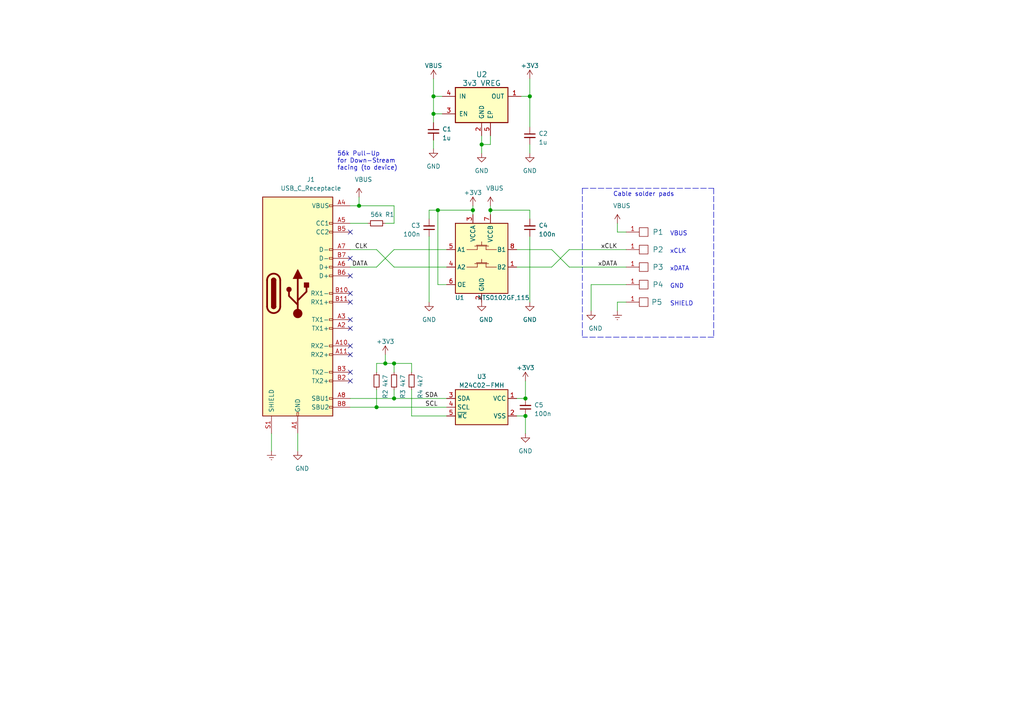
<source format=kicad_sch>
(kicad_sch (version 20210406) (generator eeschema)
  (paper "A4")
  (title_block (title "USB-C LevelShifter Paddle Card") (rev "R1") (company "1BitSquared") (comment 1 "(C) 2021 1BitSquared <info@1bitsquared.com>") (comment 2 "(C) 2021 Piotr Esden-Tempski <piotr@esden.net>") (comment 3 "License: CC-BY-SA 4.0"))
  (lib_symbols
    (symbol "Connector:USB_C_Receptacle" (pin_names (offset 1.016))
      (property "Reference" "J" (at -10.16 29.21 0))
      (property "Value" "USB_C_Receptacle" (at 10.16 29.21 0))
      (symbol "USB_C_Receptacle_0_0"
        (rectangle (start -0.254 -35.56) (end 0.254 -34.544))
        (rectangle (start 10.16 -32.766) (end 9.144 -33.274))
        (rectangle (start 10.16 -30.226) (end 9.144 -30.734))
        (rectangle (start 10.16 -25.146) (end 9.144 -25.654))
        (rectangle (start 10.16 -22.606) (end 9.144 -23.114))
        (rectangle (start 10.16 -17.526) (end 9.144 -18.034))
        (rectangle (start 10.16 -14.986) (end 9.144 -15.494))
        (rectangle (start 10.16 -9.906) (end 9.144 -10.414))
        (rectangle (start 10.16 -7.366) (end 9.144 -7.874))
        (rectangle (start 10.16 -2.286) (end 9.144 -2.794))
        (rectangle (start 10.16 0.254) (end 9.144 -0.254))
        (rectangle (start 10.16 5.334) (end 9.144 4.826))
        (rectangle (start 10.16 7.874) (end 9.144 7.366))
        (rectangle (start 10.16 10.414) (end 9.144 9.906))
        (rectangle (start 10.16 12.954) (end 9.144 12.446))
        (rectangle (start 10.16 18.034) (end 9.144 17.526))
        (rectangle (start 10.16 20.574) (end 9.144 20.066))
        (rectangle (start 10.16 25.654) (end 9.144 25.146))
      )
      (symbol "USB_C_Receptacle_0_1"
        (arc (start -8.89 -3.81) (end -5.08 -3.81) (radius (at -6.985 -3.81) (length 1.905) (angles -179.9 -0.1)) (stroke (width 0.508)))
        (arc (start -7.62 -3.81) (end -6.35 -3.81) (radius (at -6.985 -3.81) (length 0.635) (angles -179.9 -0.1)) (stroke (width 0.254)))
        (arc (start -6.35 3.81) (end -7.62 3.81) (radius (at -6.985 3.81) (length 0.635) (angles 0.1 179.9)) (stroke (width 0.254)))
        (arc (start -5.08 3.81) (end -8.89 3.81) (radius (at -6.985 3.81) (length 1.905) (angles 0.1 179.9)) (stroke (width 0.508)))
        (arc (start -7.62 -3.81) (end -6.35 -3.81) (radius (at -6.985 -3.81) (length 0.635) (angles -179.9 -0.1)) (stroke (width 0.254)) (fill (type outline)))
        (arc (start -6.35 3.81) (end -7.62 3.81) (radius (at -6.985 3.81) (length 0.635) (angles 0.1 179.9)) (stroke (width 0.254)) (fill (type outline)))
        (rectangle (start -7.62 -3.81) (end -6.35 3.81) (stroke (width 0.254)) (fill (type outline)))
        (rectangle (start -10.16 27.94) (end 10.16 -35.56) (stroke (width 0.254)) (fill (type background)))
        (polyline (pts (xy -8.89 -3.81) (xy -8.89 3.81)) (stroke (width 0.508)))
        (polyline (pts (xy -5.08 3.81) (xy -5.08 -3.81)) (stroke (width 0.508)))
      )
      (symbol "USB_C_Receptacle_1_1"
        (circle (center -2.54 1.143) (radius 0.635) (stroke (width 0.254)) (fill (type outline)))
        (circle (center 0 -5.842) (radius 1.27) (fill (type outline)))
        (rectangle (start 1.905 1.778) (end 3.175 3.048) (stroke (width 0.254)) (fill (type outline)))
        (polyline (pts (xy 0 -5.842) (xy 0 4.318)) (stroke (width 0.508)))
        (polyline (pts (xy 0 -3.302) (xy -2.54 -0.762) (xy -2.54 0.508)) (stroke (width 0.508)))
        (polyline (pts (xy 0 -2.032) (xy 2.54 0.508) (xy 2.54 1.778)) (stroke (width 0.508)))
        (polyline (pts (xy -1.27 4.318) (xy 0 6.858) (xy 1.27 4.318) (xy -1.27 4.318)) (stroke (width 0.254)) (fill (type outline)))
        (pin passive line (at 0 -40.64 90) (length 5.08) (name "GND") (number "A1"))
        (pin bidirectional line (at 15.24 -15.24 180) (length 5.08) (name "RX2-") (number "A10"))
        (pin bidirectional line (at 15.24 -17.78 180) (length 5.08) (name "RX2+") (number "A11"))
        (pin passive line (at 0 -40.64 90) (length 5.08) hide (name "GND") (number "A12"))
        (pin bidirectional line (at 15.24 -10.16 180) (length 5.08) (name "TX1+") (number "A2"))
        (pin bidirectional line (at 15.24 -7.62 180) (length 5.08) (name "TX1-") (number "A3"))
        (pin passive line (at 15.24 25.4 180) (length 5.08) (name "VBUS") (number "A4"))
        (pin bidirectional line (at 15.24 20.32 180) (length 5.08) (name "CC1") (number "A5"))
        (pin bidirectional line (at 15.24 7.62 180) (length 5.08) (name "D+") (number "A6"))
        (pin bidirectional line (at 15.24 12.7 180) (length 5.08) (name "D-") (number "A7"))
        (pin bidirectional line (at 15.24 -30.48 180) (length 5.08) (name "SBU1") (number "A8"))
        (pin passive line (at 15.24 25.4 180) (length 5.08) hide (name "VBUS") (number "A9"))
        (pin passive line (at 0 -40.64 90) (length 5.08) hide (name "GND") (number "B1"))
        (pin bidirectional line (at 15.24 0 180) (length 5.08) (name "RX1-") (number "B10"))
        (pin bidirectional line (at 15.24 -2.54 180) (length 5.08) (name "RX1+") (number "B11"))
        (pin passive line (at 0 -40.64 90) (length 5.08) hide (name "GND") (number "B12"))
        (pin bidirectional line (at 15.24 -25.4 180) (length 5.08) (name "TX2+") (number "B2"))
        (pin bidirectional line (at 15.24 -22.86 180) (length 5.08) (name "TX2-") (number "B3"))
        (pin passive line (at 15.24 25.4 180) (length 5.08) hide (name "VBUS") (number "B4"))
        (pin bidirectional line (at 15.24 17.78 180) (length 5.08) (name "CC2") (number "B5"))
        (pin bidirectional line (at 15.24 5.08 180) (length 5.08) (name "D+") (number "B6"))
        (pin bidirectional line (at 15.24 10.16 180) (length 5.08) (name "D-") (number "B7"))
        (pin bidirectional line (at 15.24 -33.02 180) (length 5.08) (name "SBU2") (number "B8"))
        (pin passive line (at 15.24 25.4 180) (length 5.08) hide (name "VBUS") (number "B9"))
        (pin passive line (at -7.62 -40.64 90) (length 5.08) (name "SHIELD") (number "S1"))
      )
    )
    (symbol "Logic_LevelTranslator:TXS0102DCU"
      (property "Reference" "U" (at -6.35 11.43 0))
      (property "Value" "TXS0102DCU" (at 3.81 11.43 0))
      (symbol "TXS0102DCU_0_1"
        (rectangle (start -7.62 10.16) (end 7.62 -10.16) (stroke (width 0.254)) (fill (type background)))
        (polyline (pts (xy -4.318 -2.54) (xy -1.27 -2.54)))
        (polyline (pts (xy -2.032 -1.524) (xy 2.032 -1.524)))
        (polyline (pts (xy -1.524 -1.27) (xy 1.524 -1.27)))
        (polyline (pts (xy -1.27 -2.54) (xy -1.27 -1.524)))
        (polyline (pts (xy 0 -1.27) (xy 0 -0.254)))
        (polyline (pts (xy 1.27 -2.54) (xy 1.27 -1.524)))
        (polyline (pts (xy 4.318 -2.54) (xy 1.27 -2.54)))
      )
      (symbol "TXS0102DCU_1_1"
        (polyline (pts (xy -4.318 2.54) (xy -1.27 2.54)))
        (polyline (pts (xy -2.032 3.556) (xy 2.032 3.556)))
        (polyline (pts (xy -1.524 3.81) (xy 1.524 3.81)))
        (polyline (pts (xy -1.27 2.54) (xy -1.27 3.556)))
        (polyline (pts (xy 0 3.81) (xy 0 4.826)))
        (polyline (pts (xy 1.27 2.54) (xy 1.27 3.556)))
        (polyline (pts (xy 4.318 2.54) (xy 1.27 2.54)))
        (pin bidirectional line (at 10.16 -2.54 180) (length 2.54) (name "B2") (number "1"))
        (pin power_in line (at 0 -12.7 90) (length 2.54) (name "GND") (number "2"))
        (pin power_in line (at -2.54 12.7 270) (length 2.54) (name "VCCA") (number "3"))
        (pin bidirectional line (at -10.16 -2.54 0) (length 2.54) (name "A2") (number "4"))
        (pin bidirectional line (at -10.16 2.54 0) (length 2.54) (name "A1") (number "5"))
        (pin input line (at -10.16 -7.62 0) (length 2.54) (name "OE") (number "6"))
        (pin power_in line (at 2.54 12.7 270) (length 2.54) (name "VCCB") (number "7"))
        (pin bidirectional line (at 10.16 2.54 180) (length 2.54) (name "B1") (number "8"))
      )
    )
    (symbol "pkl_device:NCP167" (pin_names (offset 1.016))
      (property "Reference" "U" (at 0 11.43 0))
      (property "Value" "NCP167" (at 0 8.89 0))
      (symbol "NCP167_0_1"
        (rectangle (start -7.62 5.08) (end 7.62 -5.08) (stroke (width 0.3048)) (fill (type background)))
      )
      (symbol "NCP167_1_1"
        (pin power_out line (at 11.43 2.54 180) (length 3.81) (name "OUT") (number "1"))
        (pin power_in line (at 0 -8.89 90) (length 3.81) (name "GND") (number "2"))
        (pin input line (at -11.43 -2.54 0) (length 3.81) (name "EN") (number "3"))
        (pin power_in line (at -11.43 2.54 0) (length 3.81) (name "IN") (number "4"))
        (pin power_in line (at 2.54 -8.89 90) (length 3.81) (name "EP") (number "5"))
      )
    )
    (symbol "pkl_device:pkl_C_Small" (pin_numbers hide) (pin_names (offset 0.254) hide)
      (property "Reference" "C" (at 0.254 1.778 0))
      (property "Value" "pkl_C_Small" (at 0.254 -2.032 0))
      (symbol "pkl_C_Small_0_1"
        (polyline (pts (xy -1.524 -0.508) (xy 1.524 -0.508)) (stroke (width 0.3302)))
        (polyline (pts (xy -1.524 0.508) (xy 1.524 0.508)) (stroke (width 0.3048)))
      )
      (symbol "pkl_C_Small_1_1"
        (pin passive line (at 0 2.54 270) (length 1.905) (name "~") (number "1"))
        (pin passive line (at 0 -2.54 90) (length 2.032) (name "~") (number "2"))
      )
    )
    (symbol "pkl_device:pkl_R_Small" (pin_numbers hide) (pin_names (offset 0.254) hide)
      (property "Reference" "R" (at 0.762 0.508 0))
      (property "Value" "pkl_R_Small" (at 0.762 -1.016 0))
      (symbol "pkl_R_Small_0_1"
        (rectangle (start -0.762 1.778) (end 0.762 -1.778) (stroke (width 0.2032)))
      )
      (symbol "pkl_R_Small_1_1"
        (pin passive line (at 0 2.54 270) (length 0.762) (name "~") (number "1"))
        (pin passive line (at 0 -2.54 90) (length 0.762) (name "~") (number "2"))
      )
    )
    (symbol "pkl_memory:M24C02-FMH"
      (property "Reference" "U" (at -6.35 6.35 0))
      (property "Value" "M24C02-FMH" (at 7.62 6.35 0))
      (symbol "M24C02-FMH_0_1"
        (rectangle (start -7.62 5.08) (end 7.62 -5.08) (stroke (width 0.254)) (fill (type background)))
      )
      (symbol "M24C02-FMH_1_1"
        (pin power_in line (at -10.16 2.54 0) (length 2.54) (name "VCC") (number "1"))
        (pin power_in line (at -10.16 -2.54 0) (length 2.54) (name "VSS") (number "2"))
        (pin bidirectional line (at 10.16 2.54 180) (length 2.54) (name "SDA") (number "3"))
        (pin input line (at 10.16 0 180) (length 2.54) (name "SCL") (number "4"))
        (pin input line (at 10.16 -2.54 180) (length 2.54) (name "~WC") (number "5"))
      )
    )
    (symbol "pkl_misc:PAD_SMD" (pin_names (offset 1.016) hide)
      (property "Reference" "P" (at 0 -3.81 0))
      (property "Value" "PAD_SMD" (at 0 3.81 0))
      (symbol "PAD_SMD_0_1"
        (rectangle (start -1.27 1.27) (end 1.27 -1.27))
      )
      (symbol "PAD_SMD_1_1"
        (pin input line (at -5.08 0 0) (length 3.81) (name "PAD") (number "1"))
      )
    )
    (symbol "power:+3V3" (power) (pin_names (offset 0))
      (property "Value" "+3V3" (at 0 3.556 0))
      (symbol "+3V3_0_1"
        (polyline (pts (xy -0.762 1.27) (xy 0 2.54)))
        (polyline (pts (xy 0 0) (xy 0 2.54)))
        (polyline (pts (xy 0 2.54) (xy 0.762 1.27)))
      )
      (symbol "+3V3_1_1"
        (pin power_in line (at 0 0 90) (length 0) hide (name "+3V3") (number "1"))
      )
    )
    (symbol "power:Earth" (power) (pin_names (offset 0))
      (symbol "Earth_0_1"
        (polyline (pts (xy -0.635 -1.905) (xy 0.635 -1.905)))
        (polyline (pts (xy -0.127 -2.54) (xy 0.127 -2.54)))
        (polyline (pts (xy 0 -1.27) (xy 0 0)))
        (polyline (pts (xy 1.27 -1.27) (xy -1.27 -1.27)))
      )
      (symbol "Earth_1_1"
        (pin power_in line (at 0 0 270) (length 0) hide (name "Earth") (number "1"))
      )
    )
    (symbol "power:GND" (power) (pin_names (offset 0))
      (property "Value" "GND" (at 0 -3.81 0))
      (symbol "GND_0_1"
        (polyline (pts (xy 0 0) (xy 0 -1.27) (xy 1.27 -1.27) (xy 0 -2.54) (xy -1.27 -1.27) (xy 0 -1.27)))
      )
      (symbol "GND_1_1"
        (pin power_in line (at 0 0 270) (length 0) hide (name "GND") (number "1"))
      )
    )
    (symbol "power:VBUS" (power) (pin_names (offset 0))
      (property "Value" "VBUS" (at 0 3.81 0))
      (symbol "VBUS_0_1"
        (polyline (pts (xy -0.762 1.27) (xy 0 2.54)))
        (polyline (pts (xy 0 0) (xy 0 2.54)))
        (polyline (pts (xy 0 2.54) (xy 0.762 1.27)))
      )
      (symbol "VBUS_1_1"
        (pin power_in line (at 0 0 90) (length 0) hide (name "VBUS") (number "1"))
      )
    )
  )
  (junction (at 104.14 59.69) (diameter 1.016))
  (junction (at 109.22 118.11) (diameter 1.016))
  (junction (at 111.76 105.41) (diameter 1.016))
  (junction (at 114.3 105.41) (diameter 1.016))
  (junction (at 114.3 115.57) (diameter 1.016))
  (junction (at 125.73 27.94) (diameter 1.016))
  (junction (at 125.73 33.02) (diameter 1.016))
  (junction (at 127 60.96) (diameter 1.016))
  (junction (at 137.16 60.96) (diameter 1.016))
  (junction (at 139.7 41.91) (diameter 1.016))
  (junction (at 142.24 60.96) (diameter 1.016))
  (junction (at 152.4 115.57) (diameter 1.016))
  (junction (at 152.4 120.65) (diameter 1.016))
  (junction (at 153.67 27.94) (diameter 1.016))
  (no_connect (at 101.6 67.31))
  (no_connect (at 101.6 74.93))
  (no_connect (at 101.6 80.01))
  (no_connect (at 101.6 85.09))
  (no_connect (at 101.6 87.63))
  (no_connect (at 101.6 92.71))
  (no_connect (at 101.6 95.25))
  (no_connect (at 101.6 100.33))
  (no_connect (at 101.6 102.87))
  (no_connect (at 101.6 107.95))
  (no_connect (at 101.6 110.49))
  (wire (pts (xy 78.74 130.81) (xy 78.74 125.73)))
  (wire (pts (xy 86.36 125.73) (xy 86.36 130.81)))
  (wire (pts (xy 101.6 59.69) (xy 104.14 59.69)))
  (wire (pts (xy 101.6 64.77) (xy 106.68 64.77)))
  (wire (pts (xy 101.6 72.39) (xy 109.22 72.39)))
  (wire (pts (xy 101.6 77.47) (xy 109.22 77.47)))
  (wire (pts (xy 101.6 115.57) (xy 114.3 115.57)))
  (wire (pts (xy 101.6 118.11) (xy 109.22 118.11)))
  (wire (pts (xy 104.14 59.69) (xy 104.14 57.15)))
  (wire (pts (xy 104.14 59.69) (xy 114.3 59.69)))
  (wire (pts (xy 109.22 72.39) (xy 114.3 77.47)))
  (wire (pts (xy 109.22 77.47) (xy 114.3 72.39)))
  (wire (pts (xy 109.22 105.41) (xy 109.22 107.95)))
  (wire (pts (xy 109.22 105.41) (xy 111.76 105.41)))
  (wire (pts (xy 109.22 113.03) (xy 109.22 118.11)))
  (wire (pts (xy 109.22 118.11) (xy 129.54 118.11)))
  (wire (pts (xy 111.76 64.77) (xy 114.3 64.77)))
  (wire (pts (xy 111.76 102.87) (xy 111.76 105.41)))
  (wire (pts (xy 111.76 105.41) (xy 114.3 105.41)))
  (wire (pts (xy 114.3 64.77) (xy 114.3 59.69)))
  (wire (pts (xy 114.3 72.39) (xy 129.54 72.39)))
  (wire (pts (xy 114.3 77.47) (xy 129.54 77.47)))
  (wire (pts (xy 114.3 107.95) (xy 114.3 105.41)))
  (wire (pts (xy 114.3 113.03) (xy 114.3 115.57)))
  (wire (pts (xy 114.3 115.57) (xy 129.54 115.57)))
  (wire (pts (xy 119.38 105.41) (xy 114.3 105.41)))
  (wire (pts (xy 119.38 107.95) (xy 119.38 105.41)))
  (wire (pts (xy 119.38 113.03) (xy 119.38 120.65)))
  (wire (pts (xy 119.38 120.65) (xy 129.54 120.65)))
  (wire (pts (xy 124.46 60.96) (xy 127 60.96)))
  (wire (pts (xy 124.46 63.5) (xy 124.46 60.96)))
  (wire (pts (xy 124.46 68.58) (xy 124.46 87.63)))
  (wire (pts (xy 125.73 22.86) (xy 125.73 27.94)))
  (wire (pts (xy 125.73 33.02) (xy 125.73 27.94)))
  (wire (pts (xy 125.73 33.02) (xy 125.73 35.56)))
  (wire (pts (xy 125.73 40.64) (xy 125.73 43.18)))
  (wire (pts (xy 127 60.96) (xy 137.16 60.96)))
  (wire (pts (xy 127 82.55) (xy 127 60.96)))
  (wire (pts (xy 128.27 27.94) (xy 125.73 27.94)))
  (wire (pts (xy 128.27 33.02) (xy 125.73 33.02)))
  (wire (pts (xy 129.54 82.55) (xy 127 82.55)))
  (wire (pts (xy 137.16 59.69) (xy 137.16 60.96)))
  (wire (pts (xy 137.16 60.96) (xy 137.16 62.23)))
  (wire (pts (xy 139.7 39.37) (xy 139.7 41.91)))
  (wire (pts (xy 139.7 41.91) (xy 139.7 44.45)))
  (wire (pts (xy 142.24 39.37) (xy 142.24 41.91)))
  (wire (pts (xy 142.24 41.91) (xy 139.7 41.91)))
  (wire (pts (xy 142.24 59.69) (xy 142.24 60.96)))
  (wire (pts (xy 142.24 60.96) (xy 142.24 62.23)))
  (wire (pts (xy 149.86 72.39) (xy 160.02 72.39)))
  (wire (pts (xy 149.86 77.47) (xy 160.02 77.47)))
  (wire (pts (xy 149.86 115.57) (xy 152.4 115.57)))
  (wire (pts (xy 149.86 120.65) (xy 152.4 120.65)))
  (wire (pts (xy 151.13 27.94) (xy 153.67 27.94)))
  (wire (pts (xy 152.4 110.49) (xy 152.4 115.57)))
  (wire (pts (xy 152.4 120.65) (xy 152.4 125.73)))
  (wire (pts (xy 153.67 22.86) (xy 153.67 27.94)))
  (wire (pts (xy 153.67 27.94) (xy 153.67 36.83)))
  (wire (pts (xy 153.67 41.91) (xy 153.67 44.45)))
  (wire (pts (xy 153.67 60.96) (xy 142.24 60.96)))
  (wire (pts (xy 153.67 63.5) (xy 153.67 60.96)))
  (wire (pts (xy 153.67 68.58) (xy 153.67 87.63)))
  (wire (pts (xy 160.02 72.39) (xy 165.1 77.47)))
  (wire (pts (xy 160.02 77.47) (xy 165.1 72.39)))
  (wire (pts (xy 165.1 72.39) (xy 181.61 72.39)))
  (wire (pts (xy 165.1 77.47) (xy 181.61 77.47)))
  (wire (pts (xy 171.45 82.55) (xy 171.45 90.17)))
  (wire (pts (xy 171.45 82.55) (xy 181.61 82.55)))
  (wire (pts (xy 179.07 67.31) (xy 179.07 64.77)))
  (wire (pts (xy 179.07 87.63) (xy 179.07 90.17)))
  (wire (pts (xy 179.07 87.63) (xy 181.61 87.63)))
  (wire (pts (xy 181.61 67.31) (xy 179.07 67.31)))
  (polyline (pts (xy 168.91 54.61) (xy 168.91 97.79)) (stroke (width 0) (type dash)))
  (polyline (pts (xy 168.91 54.61) (xy 207.01 54.61)) (stroke (width 0) (type dash)))
  (polyline (pts (xy 207.01 54.61) (xy 207.01 97.79)) (stroke (width 0) (type dash)))
  (polyline (pts (xy 207.01 97.79) (xy 168.91 97.79)) (stroke (width 0) (type dash)))
  (text "56k Pull-Up\nfor Down-Stream \nfacing (to device)" (at 97.79 49.53 0) (effects (font (size 1.27 1.27)) (justify left bottom)))
  (text "Cable solder pads" (at 177.8 57.15 0) (effects (font (size 1.27 1.27)) (justify left bottom)))
  (text "VBUS" (at 194.31 68.58 0) (effects (font (size 1.27 1.27)) (justify left bottom)))
  (text "xCLK" (at 194.31 73.66 0) (effects (font (size 1.27 1.27)) (justify left bottom)))
  (text "xDATA" (at 194.31 78.74 0) (effects (font (size 1.27 1.27)) (justify left bottom)))
  (text "GND" (at 194.31 83.82 0) (effects (font (size 1.27 1.27)) (justify left bottom)))
  (text "SHIELD" (at 194.31 88.9 0) (effects (font (size 1.27 1.27)) (justify left bottom)))
  (label "CLK" (at 106.68 72.39 180))
  (label "DATA" (at 106.68 77.47 180))
  (label "SDA" (at 127 115.57 180))
  (label "SCL" (at 127 118.11 180))
  (label "xCLK" (at 179.07 72.39 180))
  (label "xDATA" (at 179.07 77.47 180))
  (symbol (lib_id "power:VBUS") (at 104.14 57.15 0) (unit 1)
    (property "Reference" "#PWR0103" (effects hide))
    (property "Value" "VBUS" (at 105.41 52.07 0))
  )
  (symbol (lib_id "power:+3V3") (at 111.76 102.87 0) (unit 1)
    (property "Reference" "#PWR0119" (effects hide))
    (property "Value" "+3V3" (at 111.76 99.06 0))
  )
  (symbol (lib_id "power:VBUS") (at 125.73 22.86 0) (unit 1)
    (property "Reference" "#PWR0112" (effects hide))
    (property "Value" "VBUS" (at 125.73 19.05 0))
  )
  (symbol (lib_id "power:+3V3") (at 137.16 59.69 0) (unit 1)
    (property "Reference" "#PWR0107" (effects hide))
    (property "Value" "+3V3" (at 137.16 55.88 0))
  )
  (symbol (lib_id "power:VBUS") (at 142.24 59.69 0) (unit 1)
    (property "Reference" "#PWR0108" (effects hide))
    (property "Value" "VBUS" (at 143.51 54.61 0))
  )
  (symbol (lib_id "power:+3V3") (at 152.4 110.49 0) (unit 1)
    (property "Reference" "#PWR0116" (effects hide))
    (property "Value" "+3V3" (at 152.4 106.68 0))
  )
  (symbol (lib_id "power:+3V3") (at 153.67 22.86 0) (unit 1)
    (property "Reference" "#PWR0111" (effects hide))
    (property "Value" "+3V3" (at 153.67 19.05 0))
  )
  (symbol (lib_id "power:VBUS") (at 179.07 64.77 0) (unit 1)
    (property "Reference" "#PWR0104" (effects hide))
    (property "Value" "VBUS" (at 180.34 59.69 0))
  )
  (symbol (lib_id "power:Earth") (at 78.74 130.81 0) (unit 1)
    (property "Reference" "#PWR0101" (effects hide))
    (property "Value" "Earth" (effects hide))
  )
  (symbol (lib_id "power:GND") (at 86.36 130.81 0) (unit 1)
    (property "Reference" "#PWR0102" (effects hide))
    (property "Value" "GND" (at 87.63 135.89 0))
  )
  (symbol (lib_id "power:GND") (at 124.46 87.63 0) (unit 1)
    (property "Reference" "#PWR0115" (effects hide))
    (property "Value" "GND" (at 124.46 92.71 0))
  )
  (symbol (lib_id "power:GND") (at 125.73 43.18 0) (unit 1)
    (property "Reference" "#PWR0114" (effects hide))
    (property "Value" "GND" (at 125.73 48.26 0))
  )
  (symbol (lib_id "power:GND") (at 139.7 44.45 0) (unit 1)
    (property "Reference" "#PWR0113" (effects hide))
    (property "Value" "GND" (at 139.7 49.53 0))
  )
  (symbol (lib_id "power:GND") (at 139.7 87.63 0) (unit 1)
    (property "Reference" "#PWR0109" (effects hide))
    (property "Value" "GND" (at 140.97 92.71 0))
  )
  (symbol (lib_id "power:GND") (at 152.4 125.73 0) (unit 1)
    (property "Reference" "#PWR0117" (effects hide))
    (property "Value" "GND" (at 152.4 130.81 0))
  )
  (symbol (lib_id "power:GND") (at 153.67 44.45 0) (unit 1)
    (property "Reference" "#PWR0110" (effects hide))
    (property "Value" "GND" (at 153.67 49.53 0))
  )
  (symbol (lib_id "power:GND") (at 153.67 87.63 0) (unit 1)
    (property "Reference" "#PWR0118" (effects hide))
    (property "Value" "GND" (at 153.67 92.71 0))
  )
  (symbol (lib_id "power:GND") (at 171.45 90.17 0) (unit 1)
    (property "Reference" "#PWR0106" (effects hide))
    (property "Value" "GND" (at 172.72 95.25 0))
  )
  (symbol (lib_id "power:Earth") (at 179.07 90.17 0) (unit 1)
    (property "Reference" "#PWR0105" (effects hide))
    (property "Value" "Earth" (effects hide))
  )
  (symbol (lib_id "pkl_device:pkl_R_Small") (at 109.22 64.77 90) (unit 1)
    (property "Reference" "R1" (at 113.03 62.23 90))
    (property "Value" "56k" (at 109.22 62.23 90))
    (property "Footprint" "pkl_dipol:R_0201" (effects hide))
  )
  (symbol (lib_id "pkl_device:pkl_R_Small") (at 109.22 110.49 0) (unit 1)
    (property "Reference" "R2" (at 111.76 114.3 90))
    (property "Value" "4k7" (at 111.76 110.49 90))
    (property "Footprint" "pkl_dipol:R_0201" (effects hide))
  )
  (symbol (lib_id "pkl_device:pkl_R_Small") (at 114.3 110.49 0) (unit 1)
    (property "Reference" "R3" (at 116.84 114.3 90))
    (property "Value" "4k7" (at 116.84 110.49 90))
    (property "Footprint" "pkl_dipol:R_0201" (effects hide))
  )
  (symbol (lib_id "pkl_device:pkl_R_Small") (at 119.38 110.49 0) (unit 1)
    (property "Reference" "R4" (at 121.92 114.3 90))
    (property "Value" "4k7" (at 121.92 110.49 90))
    (property "Footprint" "pkl_dipol:R_0201" (effects hide))
  )
  (symbol (lib_id "pkl_misc:PAD_SMD") (at 186.69 67.31 0) (unit 1)
    (property "Reference" "P1" (at 189.23 67.31 0) (effects (font (size 1.524 1.524)) (justify left)))
    (property "Value" "PAD_SMD" (effects hide))
    (property "Footprint" "pkl_pads:PAD_SMD_1.2x2.5" (effects hide))
  )
  (symbol (lib_id "pkl_misc:PAD_SMD") (at 186.69 72.39 0) (unit 1)
    (property "Reference" "P2" (at 189.23 72.39 0) (effects (font (size 1.524 1.524)) (justify left)))
    (property "Value" "PAD_SMD" (effects hide))
    (property "Footprint" "pkl_pads:PAD_SMD_1.2x2.5" (effects hide))
  )
  (symbol (lib_id "pkl_misc:PAD_SMD") (at 186.69 77.47 0) (unit 1)
    (property "Reference" "P3" (at 189.23 77.47 0) (effects (font (size 1.524 1.524)) (justify left)))
    (property "Value" "PAD_SMD" (effects hide))
    (property "Footprint" "pkl_pads:PAD_SMD_1.2x2.5" (effects hide))
  )
  (symbol (lib_id "pkl_misc:PAD_SMD") (at 186.69 82.55 0) (unit 1)
    (property "Reference" "P4" (at 189.23 82.55 0) (effects (font (size 1.524 1.524)) (justify left)))
    (property "Value" "PAD_SMD" (effects hide))
    (property "Footprint" "pkl_pads:PAD_SMD_1.2x2.5" (effects hide))
  )
  (symbol (lib_id "pkl_misc:PAD_SMD") (at 186.69 87.63 0) (unit 1)
    (property "Reference" "P5" (at 190.5 87.63 0) (effects (font (size 1.524 1.524))))
    (property "Value" "PAD_SMD" (effects hide))
    (property "Footprint" "pkl_pads:PAD_SMD_1.2x2.5" (effects hide))
  )
  (symbol (lib_id "pkl_device:pkl_C_Small") (at 124.46 66.04 180) (unit 1)
    (property "Reference" "C3" (at 121.92 65.4049 0) (effects (justify left)))
    (property "Value" "100n" (at 121.92 67.9449 0) (effects (justify left)))
    (property "Footprint" "pkl_dipol:C_0201" (effects hide))
  )
  (symbol (lib_id "pkl_device:pkl_C_Small") (at 125.73 38.1 0) (unit 1)
    (property "Reference" "C1" (at 128.27 37.4649 0) (effects (justify left)))
    (property "Value" "1u" (at 128.27 40.0049 0) (effects (justify left)))
    (property "Footprint" "pkl_dipol:C_0201" (effects hide))
  )
  (symbol (lib_id "pkl_device:pkl_C_Small") (at 152.4 118.11 180) (unit 1)
    (property "Reference" "C5" (at 154.94 117.4749 0) (effects (justify right)))
    (property "Value" "100n" (at 154.94 120.0149 0) (effects (justify right)))
    (property "Footprint" "pkl_dipol:C_0201" (effects hide))
  )
  (symbol (lib_id "pkl_device:pkl_C_Small") (at 153.67 39.37 0) (unit 1)
    (property "Reference" "C2" (at 156.21 38.7349 0) (effects (justify left)))
    (property "Value" "1u" (at 156.21 41.2749 0) (effects (justify left)))
    (property "Footprint" "pkl_dipol:C_0201" (effects hide))
  )
  (symbol (lib_id "pkl_device:pkl_C_Small") (at 153.67 66.04 180) (unit 1)
    (property "Reference" "C4" (at 156.21 65.4049 0) (effects (justify right)))
    (property "Value" "100n" (at 156.21 67.9449 0) (effects (justify right)))
    (property "Footprint" "pkl_dipol:C_0201" (effects hide))
  )
  (symbol (lib_id "pkl_memory:M24C02-FMH") (at 139.7 118.11 0) (mirror y) (unit 1)
    (property "Reference" "U3" (at 139.7 109.22 0))
    (property "Value" "M24C02-FMH" (at 139.7 111.76 0))
    (property "Footprint" "pkl_housings_dfn_qfn:UFDFPN-5_1.7x1.4mm_P0.4mm" (effects hide))
    (property "Datasheet" "http://www.st.com/content/ccc/resource/technical/document/datasheet/b0/d8/50/40/5a/85/49/6f/DM00071904.pdf/files/DM00071904.pdf/jcr:content/translations/en.DM00071904.pdf" (effects hide))
  )
  (symbol (lib_id "pkl_device:NCP167") (at 139.7 30.48 0) (unit 1)
    (property "Reference" "U2" (at 139.7 21.59 0) (effects (font (size 1.524 1.524))))
    (property "Value" "3v3 VREG" (at 139.7 24.13 0) (effects (font (size 1.524 1.524))))
    (property "Footprint" "Package_SON:Texas_X2SON-4_1x1mm_P0.65mm" (effects hide))
    (property "Datasheet" "http://www.onsemi.com/pub/Collateral/NCP167-D.PDF" (effects hide))
  )
  (symbol (lib_id "Logic_LevelTranslator:TXS0102DCU") (at 139.7 74.93 0) (unit 1)
    (property "Reference" "U1" (at 133.35 86.36 0))
    (property "Value" "NTS0102GF,115" (at 146.05 86.36 0))
    (property "Footprint" "Package_SON:X2SON-8_1.4x1mm_P0.35mm" (effects hide))
    (property "Datasheet" "https://www.nxp.com/docs/en/data-sheet/NTS0102.pdf" (effects hide))
  )
  (symbol (lib_id "Connector:USB_C_Receptacle") (at 86.36 85.09 0) (unit 1)
    (property "Reference" "J1" (at 90.17 52.07 0))
    (property "Value" "USB_C_Receptacle" (at 90.17 54.61 0))
    (property "Footprint" "pkl_connectors:USB_C_Plug_CNC_C-AW10-AK5V50" (effects hide))
    (property "Datasheet" "https://www.usb.org/sites/default/files/documents/usb_type-c.zip" (effects hide))
  )
)
</source>
